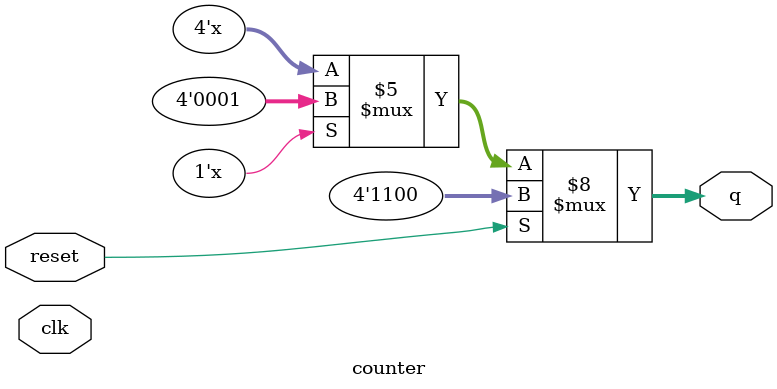
<source format=v>
module counter( 
    input clk,
    input reset,
    output reg [3:0] q
); 
// update q on the positive edge of the clock according to the following cases:
// on reset, assign q to 1
// else if q is 12, assign q to 1
// else, increment q by 1 
initial begin
    q <= 1;
    if (reset) begin
        q <= 12;
    end else begin
        if (q == 12) begin
            q <= 1;
        end else begin
            q <= q + 1;
        end
    end
end
endmodule

</source>
